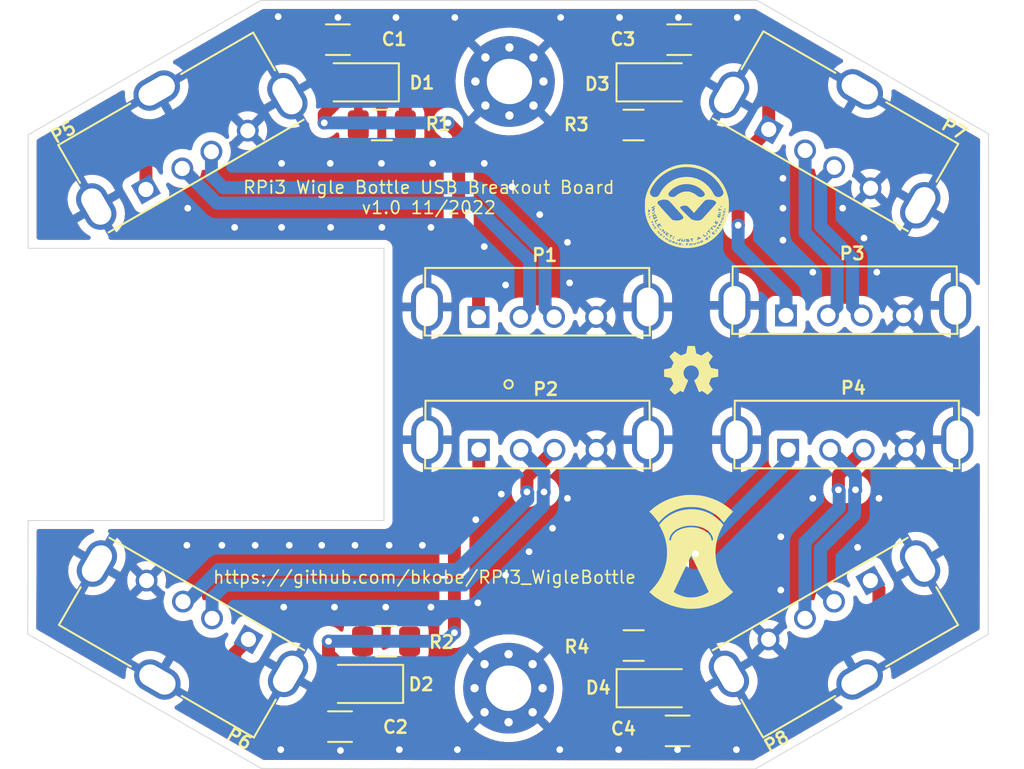
<source format=kicad_pcb>
(kicad_pcb (version 20211014) (generator pcbnew)
  (layers (0 "F.Cu" signal) (31 "B.Cu" signal) (34 "B.Paste" user) (35 "F.Paste" user) (36 "B.SilkS" user "B.Silkscreen") (37 "F.SilkS" user "F.Silkscreen") (38 "B.Mask" user) (39 "F.Mask" user) (44 "Edge.Cuts" user))
  (net 0 "")
  (net 1 "GND")
  (net 2 "Net-(D1-Pad1)")
  (net 3 "Net-(D2-Pad1)")
  (net 4 "Net-(D3-Pad1)")
  (net 5 "Net-(D4-Pad1)")
  (net 6 "/VBUS_1")
  (net 7 "/VBUS_2")
  (net 8 "/VBUS_3")
  (net 9 "/VBUS_4")
  (net 10 "/USB1_P")
  (net 11 "/USB1_N")
  (net 12 "/USB2_P")
  (net 13 "/USB2_N")
  (net 14 "/USB3_P")
  (net 15 "/USB3_N")
  (net 16 "/USB4_P")
  (net 17 "/USB4_N")
  (footprint "LED_SMD:LED_1206_3216Metric" (layer "F.Cu") (at 72.26 81.026 180)
    (fp_text reference "D1" (at -3.658251 -0.024749) (layer "F.SilkS") (effects (font (size 0.75 0.75))))
    (fp_text value "VBus1" hide)
    (pad "1" smd roundrect locked (at -1.4 0 180) (size 1.25 1.75) (layers "F.Cu" "F.Paste" "F.Mask") (roundrect_rratio 0.2) (net 2 "Net-(D1-Pad1)"))
    (pad "2" smd roundrect locked (at 1.4 0 180) (size 1.25 1.75) (layers "F.Cu" "F.Paste" "F.Mask") (roundrect_rratio 0.2) (net 6 "/VBUS_1"))
  )
  (footprint "LED_SMD:LED_1206_3216Metric" (layer "F.Cu") (at 72.514 116.84 180)
    (fp_text reference "D2" (at -3.353451 -0.026051) (layer "F.SilkS") (effects (font (size 0.75 0.75))))
    (fp_text value "VBus2" hide)
    (pad "1" smd roundrect locked (at -1.4 0 180) (size 1.25 1.75) (layers "F.Cu" "F.Paste" "F.Mask") (roundrect_rratio 0.2) (net 3 "Net-(D2-Pad1)"))
    (pad "2" smd roundrect locked (at 1.4 0 180) (size 1.25 1.75) (layers "F.Cu" "F.Paste" "F.Mask") (roundrect_rratio 0.2) (net 7 "/VBUS_2"))
  )
  (footprint "LED_SMD:LED_1206_3216Metric" (layer "F.Cu") (at 89.786 81.026)
    (fp_text reference "D3" (at -3.429651 0.100949) (layer "F.SilkS") (effects (font (size 0.75 0.75))))
    (fp_text value "VBus3" hide)
    (pad "1" smd roundrect locked (at -1.4 0) (size 1.25 1.75) (layers "F.Cu" "F.Paste" "F.Mask") (roundrect_rratio 0.2) (net 4 "Net-(D3-Pad1)"))
    (pad "2" smd roundrect locked (at 1.4 0) (size 1.25 1.75) (layers "F.Cu" "F.Paste" "F.Mask") (roundrect_rratio 0.2) (net 8 "/VBUS_3"))
  )
  (footprint "LED_SMD:LED_1206_3216Metric" (layer "F.Cu") (at 89.792 117.094)
    (fp_text reference "D4" (at -3.3812 -0.0254) (layer "F.SilkS") (effects (font (size 0.75 0.75))))
    (fp_text value "VBus4" hide)
    (pad "1" smd roundrect locked (at -1.4 0) (size 1.25 1.75) (layers "F.Cu" "F.Paste" "F.Mask") (roundrect_rratio 0.2) (net 5 "Net-(D4-Pad1)"))
    (pad "2" smd roundrect locked (at 1.4 0) (size 1.25 1.75) (layers "F.Cu" "F.Paste" "F.Mask") (roundrect_rratio 0.2) (net 9 "/VBUS_4"))
  )
  (footprint "Connector_USB:USB_A_Molex_105057_Vertical" (layer "F.Cu") (at 61.5188 83.9216 30)
    (fp_text reference "P5" (at -6.054107 -3.41377 30) (layer "F.SilkS") (effects (font (size 0.75 0.75))))
    (fp_text value "USB_A_5")
    (pad "1" thru_hole rect locked (at -3.5 2 30) (size 1.3 1.3) (drill 0.9) (layers *.Cu *.Mask) (net 6 "/VBUS_1"))
    (pad "2" thru_hole circle locked (at -1 2 30) (size 1.3 1.3) (drill 0.9) (layers *.Cu *.Mask) (net 11 "/USB1_N"))
    (pad "3" thru_hole circle locked (at 1 2 30) (size 1.3 1.3) (drill 0.9) (layers *.Cu *.Mask) (net 10 "/USB1_P"))
    (pad "4" thru_hole circle locked (at 3.5 2 30) (size 1.3 1.3) (drill 0.9) (layers *.Cu *.Mask) (net 1 "GND"))
    (pad "5" thru_hole oval locked (at 6.57 1.4 30) (size 1.9 2.9) (drill oval 1.3 2.3) (layers *.Cu *.Mask) (net 1 "GND"))
    (pad "5" thru_hole oval locked (at 0 -2.78 120) (size 1.9 2.9) (drill oval 1.3 2.3) (layers *.Cu *.Mask) (net 1 "GND"))
    (pad "5" thru_hole oval locked (at -6.57 1.4 210) (size 1.9 2.9) (drill oval 1.3 2.3) (layers *.Cu *.Mask) (net 1 "GND"))
  )
  (footprint "Connector_USB:USB_A_Molex_105057_Vertical" (layer "F.Cu") (at 100.584 114.169781 -150)
    (fp_text reference "P8" (at 6.125949 -3.508805 30) (layer "F.SilkS") (effects (font (size 0.75 0.75))))
    (fp_text value "USB_A_8")
    (pad "1" thru_hole rect locked (at -3.5 2 210) (size 1.3 1.3) (drill 0.9) (layers *.Cu *.Mask) (net 9 "/VBUS_4"))
    (pad "2" thru_hole circle locked (at -1 2 210) (size 1.3 1.3) (drill 0.9) (layers *.Cu *.Mask) (net 17 "/USB4_N"))
    (pad "3" thru_hole circle locked (at 1 2 210) (size 1.3 1.3) (drill 0.9) (layers *.Cu *.Mask) (net 16 "/USB4_P"))
    (pad "4" thru_hole circle locked (at 3.5 2 210) (size 1.3 1.3) (drill 0.9) (layers *.Cu *.Mask) (net 1 "GND"))
    (pad "5" thru_hole oval locked (at 0 -2.78 300) (size 1.9 2.9) (drill oval 1.3 2.3) (layers *.Cu *.Mask) (net 1 "GND"))
    (pad "5" thru_hole oval locked (at 6.57 1.4 210) (size 1.9 2.9) (drill oval 1.3 2.3) (layers *.Cu *.Mask) (net 1 "GND"))
    (pad "5" thru_hole oval locked (at -6.57 1.4 30) (size 1.9 2.9) (drill oval 1.3 2.3) (layers *.Cu *.Mask) (net 1 "GND"))
  )
  (footprint "Resistor_SMD:R_1206_3216Metric" (layer "F.Cu") (at 73.53 83.566 180)
    (fp_text reference "R1" (at -3.353451 0.051451) (layer "F.SilkS") (effects (font (size 0.75 0.75))))
    (fp_text value "1k" hide)
    (pad "1" smd roundrect locked (at -1.4 0 180) (size 1.25 1.75) (layers "F.Cu" "F.Paste" "F.Mask") (roundrect_rratio 0.2) (net 2 "Net-(D1-Pad1)"))
    (pad "2" smd roundrect locked (at 1.4 0 180) (size 1.25 1.75) (layers "F.Cu" "F.Paste" "F.Mask") (roundrect_rratio 0.2) (net 1 "GND"))
  )
  (footprint "Resistor_SMD:R_1206_3216Metric" (layer "F.Cu") (at 73.784 114.3 180)
    (fp_text reference "R2" (at -3.302 -0.0508) (layer "F.SilkS") (effects (font (size 0.75 0.75))))
    (fp_text value "1k" hide)
    (pad "1" smd roundrect locked (at -1.4 0 180) (size 1.25 1.75) (layers "F.Cu" "F.Paste" "F.Mask") (roundrect_rratio 0.2) (net 3 "Net-(D2-Pad1)"))
    (pad "2" smd roundrect locked (at 1.4 0 180) (size 1.25 1.75) (layers "F.Cu" "F.Paste" "F.Mask") (roundrect_rratio 0.2) (net 1 "GND"))
  )
  (footprint "Resistor_SMD:R_1206_3216Metric" (layer "F.Cu") (at 88.516 83.566)
    (fp_text reference "R3" (at -3.404251 -0.026051) (layer "F.SilkS") (effects (font (size 0.75 0.75))))
    (fp_text value "1k" hide)
    (pad "1" smd roundrect locked (at -1.4 0) (size 1.25 1.75) (layers "F.Cu" "F.Paste" "F.Mask") (roundrect_rratio 0.2) (net 4 "Net-(D3-Pad1)"))
    (pad "2" smd roundrect locked (at 1.4 0) (size 1.25 1.75) (layers "F.Cu" "F.Paste" "F.Mask") (roundrect_rratio 0.2) (net 1 "GND"))
  )
  (footprint "Resistor_SMD:R_1206_3216Metric" (layer "F.Cu") (at 88.522 114.554)
    (fp_text reference "R4" (at -3.3782 0.0762) (layer "F.SilkS") (effects (font (size 0.75 0.75))))
    (fp_text value "1k" hide)
    (pad "1" smd roundrect locked (at -1.4 0) (size 1.25 1.75) (layers "F.Cu" "F.Paste" "F.Mask") (roundrect_rratio 0.2) (net 5 "Net-(D4-Pad1)"))
    (pad "2" smd roundrect locked (at 1.4 0) (size 1.25 1.75) (layers "F.Cu" "F.Paste" "F.Mask") (roundrect_rratio 0.2) (net 1 "GND"))
  )
  (footprint "Connector_USB:USB_A_Molex_0480370001_Vertical" (layer "F.Cu") (at 79.304 102.902)
    (fp_text reference "P2" (at 3.9826 -3.6134) (layer "F.SilkS") (effects (font (size 0.75 0.75))))
    (fp_text value "USB_A_2" hide)
    (pad "1" thru_hole rect (at 0 0) (size 1.3 1.3) (drill 0.9) (layers *.Cu *.Mask) (net 7 "/VBUS_2"))
    (pad "2" thru_hole circle (at 2.5 0) (size 1.3 1.3) (drill 0.9) (layers *.Cu *.Mask) (net 13 "/USB2_N"))
    (pad "3" thru_hole circle (at 4.5 0) (size 1.3 1.3) (drill 0.9) (layers *.Cu *.Mask) (net 12 "/USB2_P"))
    (pad "4" thru_hole circle (at 7 0) (size 1.3 1.3) (drill 0.9) (layers *.Cu *.Mask) (net 1 "GND"))
    (pad "5" thru_hole oval (at 10.07 -0.6) (size 1.9 2.9) (drill oval 1.3 2.3) (layers *.Cu *.Mask) (net 1 "GND"))
    (pad "5" thru_hole oval (at -3.07 -0.6 180) (size 1.9 2.9) (drill oval 1.3 2.3) (layers *.Cu *.Mask) (net 1 "GND"))
  )
  (footprint "Connector_USB:USB_A_Molex_0480370001_Vertical" (layer "F.Cu") (at 79.288 94.996)
    (fp_text reference "P1" (at 3.937 -3.683) (layer "F.SilkS") (effects (font (size 0.75 0.75))))
    (fp_text value "USB_A_1" hide)
    (pad "1" thru_hole rect (at 0 0) (size 1.3 1.3) (drill 0.9) (layers *.Cu *.Mask) (net 6 "/VBUS_1"))
    (pad "2" thru_hole circle (at 2.5 0) (size 1.3 1.3) (drill 0.9) (layers *.Cu *.Mask) (net 11 "/USB1_N"))
    (pad "3" thru_hole circle (at 4.5 0) (size 1.3 1.3) (drill 0.9) (layers *.Cu *.Mask) (net 10 "/USB1_P"))
    (pad "4" thru_hole circle (at 7 0) (size 1.3 1.3) (drill 0.9) (layers *.Cu *.Mask) (net 1 "GND"))
    (pad "5" thru_hole oval (at -3.07 -0.6 180) (size 1.9 2.9) (drill oval 1.3 2.3) (layers *.Cu *.Mask) (net 1 "GND"))
    (pad "5" thru_hole oval (at 10.07 -0.6) (size 1.9 2.9) (drill oval 1.3 2.3) (layers *.Cu *.Mask) (net 1 "GND"))
  )
  (footprint "Connector_USB:USB_A_Molex_0480370001_Vertical" (layer "F.Cu") (at 97.719 102.902)
    (fp_text reference "P4" (at 3.881 -3.683) (layer "F.SilkS") (effects (font (size 0.75 0.75))))
    (fp_text value "USB_A_4" hide)
    (pad "1" thru_hole rect (at 0 0) (size 1.3 1.3) (drill 0.9) (layers *.Cu *.Mask) (net 9 "/VBUS_4"))
    (pad "2" thru_hole circle (at 2.5 0) (size 1.3 1.3) (drill 0.9) (layers *.Cu *.Mask) (net 17 "/USB4_N"))
    (pad "3" thru_hole circle (at 4.5 0) (size 1.3 1.3) (drill 0.9) (layers *.Cu *.Mask) (net 16 "/USB4_P"))
    (pad "4" thru_hole circle (at 7 0) (size 1.3 1.3) (drill 0.9) (layers *.Cu *.Mask) (net 1 "GND"))
    (pad "5" thru_hole oval (at -3.07 -0.6 180) (size 1.9 2.9) (drill oval 1.3 2.3) (layers *.Cu *.Mask) (net 1 "GND"))
    (pad "5" thru_hole oval (at 10.07 -0.6) (size 1.9 2.9) (drill oval 1.3 2.3) (layers *.Cu *.Mask) (net 1 "GND"))
  )
  (footprint "Connector_USB:USB_A_Molex_0480370001_Vertical" (layer "F.Cu") (at 97.592 94.901)
    (fp_text reference "P3" (at 3.937 -3.683) (layer "F.SilkS") (effects (font (size 0.75 0.75))))
    (fp_text value "USB_A_3" hide)
    (pad "1" thru_hole rect (at 0 0) (size 1.3 1.3) (drill 0.9) (layers *.Cu *.Mask) (net 8 "/VBUS_3"))
    (pad "2" thru_hole circle (at 2.5 0) (size 1.3 1.3) (drill 0.9) (layers *.Cu *.Mask) (net 15 "/USB3_N"))
    (pad "3" thru_hole circle (at 4.5 0) (size 1.3 1.3) (drill 0.9) (layers *.Cu *.Mask) (net 14 "/USB3_P"))
    (pad "4" thru_hole circle (at 7 0) (size 1.3 1.3) (drill 0.9) (layers *.Cu *.Mask) (net 1 "GND"))
    (pad "5" thru_hole oval (at -3.07 -0.6 180) (size 1.9 2.9) (drill oval 1.3 2.3) (layers *.Cu *.Mask) (net 1 "GND"))
    (pad "5" thru_hole oval (at 10.07 -0.6) (size 1.9 2.9) (drill oval 1.3 2.3) (layers *.Cu *.Mask) (net 1 "GND"))
  )
  (footprint "Connector_USB:USB_A_Molex_105057_Vertical" (layer "F.Cu") (at 61.5589 114.169781 150)
    (fp_text reference "P6" (at -5.992447 -3.39086 150) (layer "F.SilkS") (effects (font (size 0.75 0.75))))
    (fp_text value "USB_A_6")
    (pad "1" thru_hole rect locked (at -3.5 2 150) (size 1.3 1.3) (drill 0.9) (layers *.Cu *.Mask) (net 7 "/VBUS_2"))
    (pad "2" thru_hole circle locked (at -1 2 150) (size 1.3 1.3) (drill 0.9) (layers *.Cu *.Mask) (net 13 "/USB2_N"))
    (pad "3" thru_hole circle locked (at 1 2 150) (size 1.3 1.3) (drill 0.9) (layers *.Cu *.Mask) (net 12 "/USB2_P"))
    (pad "4" thru_hole circle locked (at 3.5 2 150) (size 1.3 1.3) (drill 0.9) (layers *.Cu *.Mask) (net 1 "GND"))
    (pad "5" thru_hole oval locked (at 0 -2.78 240) (size 1.9 2.9) (drill oval 1.3 2.3) (layers *.Cu *.Mask) (net 1 "GND"))
    (pad "5" thru_hole oval locked (at -6.57 1.4 330) (size 1.9 2.9) (drill oval 1.3 2.3) (layers *.Cu *.Mask) (net 1 "GND"))
    (pad "5" thru_hole oval locked (at 6.57 1.4 150) (size 1.9 2.9) (drill oval 1.3 2.3) (layers *.Cu *.Mask) (net 1 "GND"))
  )
  (footprint "Connector_USB:USB_A_Molex_105057_Vertical" (layer "F.Cu") (at 100.5947 83.84862 -30)
    (fp_text reference "P7" (at 6.046329 -3.549676 150) (layer "F.SilkS") (effects (font (size 0.75 0.75))))
    (fp_text value "USB_A_7")
    (pad "1" thru_hole rect locked (at -3.5 2 330) (size 1.3 1.3) (drill 0.9) (layers *.Cu *.Mask) (net 8 "/VBUS_3"))
    (pad "2" thru_hole circle locked (at -1 2 330) (size 1.3 1.3) (drill 0.9) (layers *.Cu *.Mask) (net 15 "/USB3_N"))
    (pad "3" thru_hole circle locked (at 1 2 330) (size 1.3 1.3) (drill 0.9) (layers *.Cu *.Mask) (net 14 "/USB3_P"))
    (pad "4" thru_hole circle locked (at 3.5 2 330) (size 1.3 1.3) (drill 0.9) (layers *.Cu *.Mask) (net 1 "GND"))
    (pad "5" thru_hole oval locked (at -6.57 1.4 150) (size 1.9 2.9) (drill oval 1.3 2.3) (layers *.Cu *.Mask) (net 1 "GND"))
    (pad "5" thru_hole oval locked (at 6.57 1.4 330) (size 1.9 2.9) (drill oval 1.3 2.3) (layers *.Cu *.Mask) (net 1 "GND"))
    (pad "5" thru_hole oval locked (at 0 -2.78 60) (size 1.9 2.9) (drill oval 1.3 2.3) (layers *.Cu *.Mask) (net 1 "GND"))
  )
  (footprint "MountingHole:MountingHole_2.7mm_Pad_Via" (layer "F.Cu") (at 81.1276 80.9752)
    (fp_text reference "M3" hide)
    (fp_text value "M2.5" hide)
    (pad "1" thru_hole circle locked (at 1.431891 -1.431891) (size 0.8 0.8) (drill 0.5) (layers *.Cu *.Mask) (net 1 "GND"))
    (pad "1" thru_hole circle locked (at 1.431891 1.431891) (size 0.8 0.8) (drill 0.5) (layers *.Cu *.Mask) (net 1 "GND"))
    (pad "1" thru_hole circle locked (at 2.025 0) (size 0.8 0.8) (drill 0.5) (layers *.Cu *.Mask) (net 1 "GND"))
    (pad "1" thru_hole circle locked (at 0 2.025) (size 0.8 0.8) (drill 0.5) (layers *.Cu *.Mask) (net 1 "GND"))
    (pad "1" thru_hole circle locked (at -2.025 0) (size 0.8 0.8) (drill 0.5) (layers *.Cu *.Mask) (net 1 "GND"))
    (pad "1" thru_hole circle locked (at -1.431891 -1.431891) (size 0.8 0.8) (drill 0.5) (layers *.Cu *.Mask) (net 1 "GND"))
    (pad "1" thru_hole circle locked (at 0 0) (size 5.4 5.4) (drill 2.7) (layers *.Cu *.Mask) (net 1 "GND"))
    (pad "1" thru_hole circle locked (at -1.431891 1.431891) (size 0.8 0.8) (drill 0.5) (layers *.Cu *.Mask) (net 1 "GND"))
    (pad "1" thru_hole circle locked (at 0 -2.025) (size 0.8 0.8) (drill 0.5) (layers *.Cu *.Mask) (net 1 "GND"))
  )
  (footprint "MountingHole:MountingHole_2.7mm_Pad_Via" (layer "F.Cu") (at 81.0768 117.094)
    (fp_text reference "M4" hide)
    (fp_text value "M2.5" hide)
    (pad "1" thru_hole circle locked (at -1.431891 1.431891) (size 0.8 0.8) (drill 0.5) (layers *.Cu *.Mask) (net 1 "GND"))
    (pad "1" thru_hole circle locked (at 0 2.025) (size 0.8 0.8) (drill 0.5) (layers *.Cu *.Mask) (net 1 "GND"))
    (pad "1" thru_hole circle locked (at -2.025 0) (size 0.8 0.8) (drill 0.5) (layers *.Cu *.Mask) (net 1 "GND"))
    (pad "1" thru_hole circle locked (at -1.431891 -1.431891) (size 0.8 0.8) (drill 0.5) (layers *.Cu *.Mask) (net 1 "GND"))
    (pad "1" thru_hole circle locked (at 2.025 0) (size 0.8 0.8) (drill 0.5) (layers *.Cu *.Mask) (net 1 "GND"))
    (pad "1" thru_hole circle locked (at 1.431891 -1.431891) (size 0.8 0.8) (drill 0.5) (layers *.Cu *.Mask) (net 1 "GND"))
    (pad "1" thru_hole circle locked (at 0 0) (size 5.4 5.4) (drill 2.7) (layers *.Cu *.Mask) (net 1 "GND"))
    (pad "1" thru_hole circle locked (at 0 -2.025) (size 0.8 0.8) (drill 0.5) (layers *.Cu *.Mask) (net 1 "GND"))
    (pad "1" thru_hole circle locked (at 1.431891 1.431891) (size 0.8 0.8) (drill 0.5) (layers *.Cu *.Mask) (net 1 "GND"))
  )
  (footprint "Capacitor_SMD:C_1206_3216Metric" (layer "F.Cu") (at 70.915 78.486)
    (fp_text reference "C1" (at 3.3528 -0.0254) (layer "F.SilkS") (effects (font (size 0.75 0.75))))
    (fp_text value "100n" hide)
    (pad "1" smd roundrect (at -1.475 0) (size 1.15 1.8) (layers "F.Cu" "F.Paste" "F.Mask") (roundrect_rratio 0.2173913043) (net 6 "/VBUS_1"))
    (pad "2" smd roundrect (at 1.475 0) (size 1.15 1.8) (layers "F.Cu" "F.Paste" "F.Mask") (roundrect_rratio 0.2173913043) (net 1 "GND"))
  )
  (footprint "LOGO" (layer "F.Cu") (at 91.948 108.966)
    (fp_text reference "G***" hide)
    (fp_text value "LOGO" hide)
  )
  (footprint "LOGO" (layer "F.Cu") (at 91.694 88.392)
    (fp_text reference "G***" hide)
    (fp_text value "LOGO" hide)
  )
  (footprint "Capacitor_SMD:C_1206_3216Metric" (layer "F.Cu") (at 71.042 119.38)
    (fp_text reference "C2" (at 3.300417 0.023817) (layer "F.SilkS") (effects (font (size 0.75 0.75))))
    (fp_text value "100n" hide)
    (pad "1" smd roundrect (at -1.475 0) (size 1.15 1.8) (layers "F.Cu" "F.Paste" "F.Mask") (roundrect_rratio 0.2173913043) (net 7 "/VBUS_2"))
    (pad "2" smd roundrect (at 1.475 0) (size 1.15 1.8) (layers "F.Cu" "F.Paste" "F.Mask") (roundrect_rratio 0.2173913043) (net 1 "GND"))
  )
  (footprint "LOGO" (layer "F.Cu") (at 91.948 98.171)
    (fp_text reference "G***" hide)
    (fp_text value "LOGO" hide)
  )
  (footprint "Capacitor_SMD:C_1206_3216Metric" (layer "F.Cu") (at 91.235 78.486 180)
    (fp_text reference "C3" (at 3.351217 0.023817) (layer "F.SilkS") (effects (font (size 0.75 0.75))))
    (fp_text value "100n" hide)
    (pad "1" smd roundrect (at -1.475 0 180) (size 1.15 1.8) (layers "F.Cu" "F.Paste" "F.Mask") (roundrect_rratio 0.2173913043) (net 8 "/VBUS_3"))
    (pad "2" smd roundrect (at 1.475 0 180) (size 1.15 1.8) (layers "F.Cu" "F.Paste" "F.Mask") (roundrect_rratio 0.2173913043) (net 1 "GND"))
  )
  (footprint "Capacitor_SMD:C_1206_3216Metric" (layer "F.Cu") (at 91.137 119.634 180)
    (fp_text reference "C4" (at 3.224 0.127) (layer "F.SilkS") (effects (font (size 0.75 0.75))))
    (fp_text value "100n" hide)
    (pad "1" smd roundrect (at -1.475 0 180) (size 1.15 1.8) (layers "F.Cu" "F.Paste" "F.Mask") (roundrect_rratio 0.2173913043) (net 9 "/VBUS_4"))
    (pad "2" smd roundrect (at 1.475 0 180) (size 1.15 1.8) (layers "F.Cu" "F.Paste" "F.Mask") (roundrect_rratio 0.2173913043) (net 1 "GND"))
  )
  (gr_circle (center 81.0768 99) (end 81.3268 99) (layer "F.SilkS") (width 0.12) (fill none))
  (gr_line (start 52.4764 90.9066) (end 52.4764 84.1502) (layer "Edge.Cuts") (width 0.05))
  (gr_line (start 109.6518 84.0994) (end 109.6518 84.1756) (layer "Edge.Cuts") (width 0.05))
  (gr_line (start 52.4764 84.1502) (end 66.3194 76.1492) (layer "Edge.Cuts") (width 0.05))
  (gr_line (start 66.3194 76.1492) (end 95.885 76.1492) (layer "Edge.Cuts") (width 0.05))
  (gr_line (start 52.451 113.8682) (end 52.4764 107.1118) (layer "Edge.Cuts") (width 0.05))
  (gr_line (start 109.6518 84.1756) (end 109.6264 113.8936) (layer "Edge.Cuts") (width 0.05))
  (gr_line (start 73.66 90.9066) (end 52.4764 90.9066) (layer "Edge.Cuts") (width 0.05))
  (gr_line (start 109.6264 113.8936) (end 95.7834 121.8946) (layer "Edge.Cuts") (width 0.05))
  (gr_line (start 95.7834 121.8946) (end 66.3448 121.8692) (layer "Edge.Cuts") (width 0.05))
  (gr_line (start 73.66 107.1118) (end 73.66 90.9066) (layer "Edge.Cuts") (width 0.05))
  (gr_line (start 95.885 76.1492) (end 109.6518 84.0994) (layer "Edge.Cuts") (width 0.05))
  (gr_line (start 66.3448 121.8692) (end 52.451 113.8682) (layer "Edge.Cuts") (width 0.05))
  (gr_line (start 52.4764 107.1118) (end 73.66 107.1118) (layer "Edge.Cuts") (width 0.05))
  (gr_text "https://github.com/bkobe/RPi3_WigleBottle" (at 76.073 110.49) (layer "F.SilkS") (effects (font (size 0.75 0.75) (thickness 0.1))))
  (gr_text "RPi3 Wigle Bottle USB Breakout Board\nv1.0 11/2022" (at 76.327 87.884) (layer "F.SilkS") (effects (font (size 0.75 0.75) (thickness 0.1))))
  (via (at 67.3608 77.1144) (size 0.8) (drill 0.4) (layers "F.Cu" "B.Cu") (net 1))
  (via (at 73.9648 108.585) (size 0.8) (drill 0.4) (layers "F.Cu" "B.Cu") (net 1))
  (via (at 76.5556 85.852) (size 0.8) (drill 0.4) (layers "F.Cu" "B.Cu") (net 1))
  (via (at 82.296 108.966) (size 0.8) (drill 0.4) (layers "F.Cu" "B.Cu") (net 1))
  (via (at 97.409 88.519) (size 0.8) (drill 0.4) (layers "F.Cu" "B.Cu") (net 1))
  (via (at 71.0692 120.8024) (size 0.8) (drill 0.4) (layers "F.Cu" "B.Cu") (net 1))
  (via (at 91.1352 120.7516) (size 0.8) (drill 0.4) (layers "F.Cu" "B.Cu") (net 1))
  (via (at 99.187 92.329) (size 0.8) (drill 0.4) (layers "F.Cu" "B.Cu") (net 1))
  (via (at 103.124 105.791) (size 0.8) (drill 0.4) (layers "F.Cu" "B.Cu") (net 1))
  (via (at 80.899 93.091) (size 0.8) (drill 0.4) (layers "F.Cu" "B.Cu") (net 1))
  (via (at 84.582 90.551) (size 0.8) (drill 0.4) (layers "F.Cu" "B.Cu") (net 1))
  (via (at 70.4596 85.852) (size 0.8) (drill 0.4) (layers "F.Cu" "B.Cu") (net 1))
  (via (at 76.454 89.662) (size 0.8) (drill 0.4) (layers "F.Cu" "B.Cu") (net 1))
  (via (at 91.186 77.1652) (size 0.8) (drill 0.4) (layers "F.Cu" "B.Cu") (net 1))
  (via (at 74.3712 77.1652) (size 0.8) (drill 0.4) (layers "F.Cu" "B.Cu") (net 1))
  (via (at 79.629 85.852) (size 0.8) (drill 0.4) (layers "F.Cu" "B.Cu") (net 1))
  (via (at 84.1248 120.7516) (size 0.8) (drill 0.4) (layers "F.Cu" "B.Cu") (net 1))
  (via (at 94.6912 77.1652) (size 0.8) (drill 0.4) (layers "F.Cu" "B.Cu") (net 1))
  (via (at 67.564 85.852) (size 0.8) (drill 0.4) (layers "F.Cu" "B.Cu") (net 1))
  (via (at 67.691 112.268) (size 0.8) (drill 0.4) (layers "F.Cu" "B.Cu") (net 1))
  (via (at 84.709 92.964) (size 0.8) (drill 0.4) (layers "F.Cu" "B.Cu") (net 1))
  (via (at 79.248 112.014) (size 0.8) (drill 0.4) (layers "F.Cu" "B.Cu") (net 1))
  (via (at 75.946 108.585) (size 0.8) (drill 0.4) (layers "F.Cu" "B.Cu") (net 1))
  (via (at 77.8764 77.1652) (size 0.8) (drill 0.4) (layers "F.Cu" "B.Cu") (net 1))
  (via (at 94.6404 120.7516) (size 0.8) (drill 0.4) (layers "F.Cu" "B.Cu") (net 1))
  (via (at 70.9168 77.1652) (size 0.8) (drill 0.4) (layers "F.Cu" "B.Cu") (net 1))
  (via (at 82.931 88.9) (size 0.8) (drill 0.4) (layers "F.Cu" "B.Cu") (net 1))
  (via (at 61.976 88.519) (size 0.8) (drill 0.4) (layers "F.Cu" "B.Cu") (net 1))
  (via (at 73.5076 85.852) (size 0.8) (drill 0.4) (layers "F.Cu" "B.Cu") (net 1))
  (via (at 99.187 105.791) (size 0.8) (drill 0.4) (layers "F.Cu" "B.Cu") (net 1))
  (via (at 67.564 89.662) (size 0.8) (drill 0.4) (layers "F.Cu" "B.Cu") (net 1))
  (via (at 87.6808 77.1652) (size 0.8) (drill 0.4) (layers "F.Cu" "B.Cu") (net 1))
  (via (at 79.629 90.805) (size 0.8) (drill 0.4) (layers "F.Cu" "B.Cu") (net 1))
  (via (at 101.854 108.712) (size 0.8) (drill 0.4) (layers "F.Cu" "B.Cu") (net 1))
  (via (at 102.997 92.329) (size 0.8) (drill 0.4) (layers "F.Cu" "B.Cu") (net 1))
  (via (at 70.7136 112.268) (size 0.8) (drill 0.4) (layers "F.Cu" "B.Cu") (net 1))
  (via (at 87.63 120.7516) (size 0.8) (drill 0.4) (layers "F.Cu" "B.Cu") (net 1))
  (via (at 97.409 86.741) (size 0.8) (drill 0.4) (layers "F.Cu" "B.Cu") (net 1))
  (via (at 78.0288 120.7516) (size 0.8) (drill 0.4) (layers "F.Cu" "B.Cu") (net 1))
  (via (at 81.28 87.249) (size 0.8) (drill 0.4) (layers "F.Cu" "B.Cu") (net 1))
  (via (at 79.121 107.061) (size 0.8) (drill 0.4) (layers "F.Cu" "B.Cu") (net 1))
  (via (at 84.582 105.791) (size 0.8) (drill 0.4) (layers "F.Cu" "B.Cu") (net 1))
  (via (at 67.5132 120.7516) (size 0.8) (drill 0.4) (layers "F.Cu" "B.Cu") (net 1))
  (via (at 64.008 108.585) (size 0.8) (drill 0.4) (layers "F.Cu" "B.Cu") (net 1))
  (via (at 80.899 110.363) (size 0.8) (drill 0.4) (layers "F.Cu" "B.Cu") (net 1))
  (via (at 76.454 112.268) (size 0.8) (drill 0.4) (layers "F.Cu" "B.Cu") (net 1))
  (via (at 70.485 89.662) (size 0.8) (drill 0.4) (layers "F.Cu" "B.Cu") (net 1))
  (via (at 97.409 90.424) (size 0.8) (drill 0.4) (layers "F.Cu" "B.Cu") (net 1))
  (via (at 73.7616 112.268) (size 0.8) (drill 0.4) (layers "F.Cu" "B.Cu") (net 1))
  (via (at 97.282 111.252) (size 0.8) (drill 0.4) (layers "F.Cu" "B.Cu") (net 1))
  (via (at 80.645 105.537) (size 0.8) (drill 0.4) (layers "F.Cu" "B.Cu") (net 1))
  (via (at 73.533 89.662) (size 0.8) (drill 0.4) (layers "F.Cu" "B.Cu") (net 1))
  (via (at 71.9328 108.585) (size 0.8) (drill 0.4) (layers "F.Cu" "B.Cu") (net 1))
  (via (at 84.1756 77.1652) (size 0.8) (drill 0.4) (layers "F.Cu" "B.Cu") (net 1))
  (via (at 97.282 108.077) (size 0.8) (drill 0.4) (layers "F.Cu" "B.Cu") (net 1))
  (via (at 65.9892 108.585) (size 0.8) (drill 0.4) (layers "F.Cu" "B.Cu") (net 1))
  (via (at 69.9516 108.585) (size 0.8) (drill 0.4) (layers "F.Cu" "B.Cu") (net 1))
  (via (at 64.77 89.662) (size 0.8) (drill 0.4) (layers "F.Cu" "B.Cu") (net 1))
  (via (at 68.0212 108.585) (size 0.8) (drill 0.4) (layers "F.Cu" "B.Cu") (net 1))
  (via (at 74.5744 120.7516) (size 0.8) (drill 0.4) (layers "F.Cu" "B.Cu") (net 1))
  (via (at 83.693 107.569) (size 0.8) (drill 0.4) (layers "F.Cu" "B.Cu") (net 1))
  (via (at 100.965 88.519) (size 0.8) (drill 0.4) (layers "F.Cu" "B.Cu") (net 1))
  (via (at 102.235 90.297) (size 0.8) (drill 0.4) (layers "F.Cu" "B.Cu") (net 1))
  (via (at 61.9252 108.585) (size 0.8) (drill 0.4) (layers "F.Cu" "B.Cu") (net 1))
  (segment (start 73.66 81.026) (end 74.422 81.026) (width 0.77) (layer "F.Cu") (net 2))
  (segment (start 74.93 81.534) (end 74.93 83.566) (width 0.77) (layer "F.Cu") (net 2))
  (segment (start 74.422 81.026) (end 74.93 81.534) (width 0.77) (layer "F.Cu") (net 2))
  (segment (start 75.184 115.316) (end 75.184 114.3) (width 0.77) (layer "F.Cu") (net 3))
  (segment (start 73.914 115.824) (end 74.168 115.57) (width 0.77) (layer "F.Cu") (net 3))
  (segment (start 73.914 116.84) (end 73.914 115.824) (width 0.77) (layer "F.Cu") (net 3))
  (segment (start 74.93 115.57) (end 75.184 115.316) (width 0.77) (layer "F.Cu") (net 3))
  (segment (start 74.168 115.57) (end 74.93 115.57) (width 0.77) (layer "F.Cu") (net 3))
  (segment (start 87.63 81.026) (end 87.116 81.54) (width 0.77) (layer "F.Cu") (net 4))
  (segment (start 88.386 81.026) (end 87.63 81.026) (width 0.77) (layer "F.Cu") (net 4))
  (segment (start 87.116 81.54) (end 87.116 83.566) (width 0.77) (layer "F.Cu") (net 4))
  (segment (start 87.122 115.316) (end 87.122 114.554) (width 0.77) (layer "F.Cu") (net 5))
  (segment (start 88.392 116.078) (end 88.138 115.824) (width 0.77) (layer "F.Cu") (net 5))
  (segment (start 88.138 115.824) (end 87.63 115.824) (width 0.77) (layer "F.Cu") (net 5))
  (segment (start 88.392 117.094) (end 88.392 116.078) (width 0.77) (layer "F.Cu") (net 5))
  (segment (start 87.63 115.824) (end 87.122 115.316) (width 0.77) (layer "F.Cu") (net 5))
  (segment (start 59.487711 85.038289) (end 61.214 83.312) (width 0.77) (layer "F.Cu") (net 6))
  (segment (start 59.487711 87.403651) (end 59.487711 85.038289) (width 0.77) (layer "F.Cu") (net 6))
  (segment (start 65.659 79.375) (end 66.548 78.486) (width 0.77) (layer "F.Cu") (net 6))
  (segment (start 66.548 78.486) (end 69.44 78.486) (width 0.77) (layer "F.Cu") (net 6))
  (segment (start 70.104 81.026) (end 70.86 81.026) (width 0.77) (layer "F.Cu") (net 6))
  (segment (start 61.214 83.312) (end 62.865 83.312) (width 0.77) (layer "F.Cu") (net 6))
  (segment (start 79.288 93.639) (end 79.288 94.996) (width 0.77) (layer "F.Cu") (net 6))
  (segment (start 69.44 78.486) (end 69.44 80.362) (width 0.77) (layer "F.Cu") (net 6))
  (segment (start 70.104 82.931) (end 70.104 83.439) (width 0.77) (layer "F.Cu") (net 6))
  (segment (start 70.86 81.026) (end 70.86 82.175) (width 0.77) (layer "F.Cu") (net 6))
  (segment (start 77.47 83.439) (end 78.105 84.074) (width 0.77) (layer "F.Cu") (net 6))
  (segment (start 78.105 84.074) (end 78.105 92.456) (width 0.77) (layer "F.Cu") (net 6))
  (segment (start 62.865 83.312) (end 65.659 80.518) (width 0.77) (layer "F.Cu") (net 6))
  (segment (start 69.44 80.362) (end 70.104 81.026) (width 0.77) (layer "F.Cu") (net 6))
  (segment (start 65.659 80.518) (end 65.659 79.375) (width 0.77) (layer "F.Cu") (net 6))
  (segment (start 70.86 82.175) (end 70.104 82.931) (width 0.77) (layer "F.Cu") (net 6))
  (segment (start 78.105 92.456) (end 79.288 93.639) (width 0.77) (layer "F.Cu") (net 6))
  (via (at 70.104 83.439) (size 0.8) (drill 0.4) (layers "F.Cu" "B.Cu") (net 6))
  (via (at 77.47 83.439) (size 0.8) (drill 0.4) (layers "F.Cu" "B.Cu") (net 6))
  (segment (start 70.104 83.439) (end 77.47 83.439) (width 0.77) (layer "B.Cu") (net 6))
  (segment (start 69.567 119.38) (end 66.802 119.38) (width 0.77) (layer "F.Cu") (net 7))
  (segment (start 70.612 118.11) (end 71.114 117.608) (width 0.77) (layer "F.Cu") (net 7))
  (segment (start 77.851 113.792) (end 77.851 106.172) (width 0.77) (layer "F.Cu") (net 7))
  (segment (start 64.77 115.007719) (end 65.589989 114.18773) (width 0.77) (layer "F.Cu") (net 7))
  (segment (start 69.567 118.393) (end 69.85 118.11) (width 0.77) (layer "F.Cu") (net 7))
  (segment (start 66.802 119.38) (end 64.77 117.348) (width 0.77) (layer "F.Cu") (net 7))
  (segment (start 70.358 115.062) (end 70.358 114.3) (width 0.77) (layer "F.Cu") (net 7))
  (segment (start 71.114 115.818) (end 70.358 115.062) (width 0.77) (layer "F.Cu") (net 7))
  (segment (start 71.114 117.608) (end 71.114 116.84) (width 0.77) (layer "F.Cu") (net 7))
  (segment (start 69.85 118.11) (end 70.612 118.11) (width 0.77) (layer "F.Cu") (net 7))
  (segment (start 79.304 104.719) (end 79.304 102.902) (width 0.77) (layer "F.Cu") (net 7))
  (segment (start 64.77 117.348) (end 64.77 115.007719) (width 0.77) (layer "F.Cu") (net 7))
  (segment (start 77.851 106.172) (end 79.304 104.719) (width 0.77) (layer "F.Cu") (net 7))
  (segment (start 71.114 116.84) (end 71.114 115.818) (width 0.77) (layer "F.Cu") (net 7))
  (segment (start 69.567 119.38) (end 69.567 118.393) (width 0.77) (layer "F.Cu") (net 7))
  (via (at 70.358 114.3) (size 0.8) (drill 0.4) (layers "F.Cu" "B.Cu") (net 7))
  (via (at 77.851 113.792) (size 0.8) (drill 0.4) (layers "F.Cu" "B.Cu") (net 7))
  (segment (start 70.358 114.3) (end 77.343 114.3) (width 0.77) (layer "B.Cu") (net 7))
  (segment (start 77.343 114.3) (end 77.851 113.792) (width 0.77) (layer "B.Cu") (net 7))
  (segment (start 92.71 80.264) (end 92.71 78.486) (width 0.77) (layer "F.Cu") (net 8))
  (segment (start 91.948 81.026) (end 92.71 80.264) (width 0.77) (layer "F.Cu") (net 8))
  (segment (start 91.186 81.026) (end 91.948 81.026) (width 0.77) (layer "F.Cu") (net 8))
  (segment (start 96.563611 79.926611) (end 96.563611 83.830671) (width 0.77) (layer "F.Cu") (net 8))
  (segment (start 94.742 89.535) (end 94.742 85.652282) (width 0.77) (layer "F.Cu") (net 8))
  (segment (start 92.71 78.486) (end 95.123 78.486) (width 0.77) (layer "F.Cu") (net 8))
  (segment (start 94.742 85.652282) (end 96.563611 83.830671) (width 0.77) (layer "F.Cu") (net 8))
  (segment (start 95.123 78.486) (end 96.563611 79.926611) (width 0.77) (layer "F.Cu") (net 8))
  (via (at 94.742 89.535) (size 0.8) (drill 0.4) (layers "F.Cu" "B.Cu") (net 8))
  (segment (start 97.592 93.655) (end 94.742 90.805) (width 0.77) (layer "B.Cu") (net 8))
  (segment (start 97.592 94.901) (end 97.592 93.655) (width 0.77) (layer "B.Cu") (net 8))
  (segment (start 94.742 90.805) (end 94.742 89.535) (width 0.77) (layer "B.Cu") (net 8))
  (segment (start 96.012 119.634) (end 98.298 117.348) (width 0.77) (layer "F.Cu") (net 9))
  (segment (start 103.124 111.196641) (end 102.615089 110.68773) (width 0.77) (layer "F.Cu") (net 9))
  (segment (start 101.6 114.3) (end 103.124 112.776) (width 0.77) (layer "F.Cu") (net 9))
  (segment (start 92.612 119.634) (end 92.612 118.774) (width 0.77) (layer "F.Cu") (net 9))
  (segment (start 91.192 118.116) (end 91.192 117.094) (width 0.77) (layer "F.Cu") (net 9))
  (segment (start 92.202 114.808) (end 92.202 109.093) (width 0.77) (layer "F.Cu") (net 9))
  (segment (start 91.192 115.818) (end 92.202 114.808) (width 0.77) (layer "F.Cu") (net 9))
  (segment (start 100.076 114.3) (end 101.6 114.3) (width 0.77) (layer "F.Cu") (net 9))
  (segment (start 92.612 118.774) (end 92.202 118.364) (width 0.77) (layer "F.Cu") (net 9))
  (segment (start 92.202 118.364) (end 91.44 118.364) (width 0.77) (layer "F.Cu") (net 9))
  (segment (start 91.192 117.094) (end 91.192 115.818) (width 0.77) (layer "F.Cu") (net 9))
  (segment (start 98.298 116.078) (end 100.076 114.3) (width 0.77) (layer "F.Cu") (net 9))
  (segment (start 91.44 118.364) (end 91.192 118.116) (width 0.77) (layer "F.Cu") (net 9))
  (segment (start 92.612 119.634) (end 96.012 119.634) (width 0.77) (layer "F.Cu") (net 9))
  (segment (start 98.298 117.348) (end 98.298 116.078) (width 0.77) (layer "F.Cu") (net 9))
  (segment (start 103.124 112.776) (end 103.124 111.196641) (width 0.77) (layer "F.Cu") (net 9))
  (via (at 92.202 109.093) (size 0.8) (drill 0.4) (layers "F.Cu" "B.Cu") (net 9))
  (segment (start 97.719 103.576) (end 97.719 102.902) (width 0.77) (layer "B.Cu") (net 9))
  (segment (start 92.202 109.093) (end 97.719 103.576) (width 0.77) (layer "B.Cu") (net 9))
  (segment (start 64.099395 87.2958) (end 63.384825 86.58123) (width 0.77) (layer "B.Cu") (net 10))
  (segment (start 79.312036 87.2958) (end 64.099395 87.2958) (width 0.77) (layer "B.Cu") (net 10))
  (segment (start 83.788 94.996) (end 83.2492 94.4572) (width 0.77) (layer "B.Cu") (net 10))
  (segment (start 63.384825 86.58123) (end 63.384825 85.153651) (width 0.77) (layer "B.Cu") (net 10))
  (segment (start 83.2492 94.4572) (end 83.2492 91.232964) (width 0.77) (layer "B.Cu") (net 10))
  (segment (start 83.2492 91.232964) (end 79.312036 87.2958) (width 0.77) (layer "B.Cu") (net 10))
  (segment (start 82.3268 91.615036) (end 78.929964 88.2182) (width 0.77) (layer "B.Cu") (net 11))
  (segment (start 82.3268 94.4572) (end 82.3268 91.615036) (width 0.77) (layer "B.Cu") (net 11))
  (segment (start 81.788 94.996) (end 82.3268 94.4572) (width 0.77) (layer "B.Cu") (net 11))
  (segment (start 63.717324 88.2182) (end 61.652775 86.153651) (width 0.77) (layer "B.Cu") (net 11))
  (segment (start 78.929964 88.2182) (end 63.717324 88.2182) (width 0.77) (layer "B.Cu") (net 11))
  (segment (start 82.169 105.41) (end 82.169 104.537) (width 0.77) (layer "F.Cu") (net 12))
  (segment (start 82.169 104.537) (end 83.804 102.902) (width 0.77) (layer "F.Cu") (net 12))
  (via (at 82.169 105.41) (size 0.8) (drill 0.4) (layers "F.Cu" "B.Cu") (net 12))
  (segment (start 62.484 111.379) (end 61.92527 111.93773) (width 0.77) (layer "B.Cu") (net 12))
  (segment (start 62.484 111.369681) (end 62.484 111.379) (width 0.77) (layer "B.Cu") (net 12))
  (segment (start 82.2158 105.4568) (end 82.2158 105.853964) (width 0.77) (layer "B.Cu") (net 12))
  (segment (start 61.92527 111.93773) (end 61.692875 111.93773) (width 0.77) (layer "B.Cu") (net 12))
  (segment (start 63.824881 110.0288) (end 62.484 111.369681) (width 0.77) (layer "B.Cu") (net 12))
  (segment (start 61.769145 112.014) (end 61.692875 111.93773) (width 0.77) (layer "B.Cu") (net 12))
  (segment (start 82.2158 105.853964) (end 78.040964 110.0288) (width 0.77) (layer "B.Cu") (net 12))
  (segment (start 78.040964 110.0288) (end 63.824881 110.0288) (width 0.77) (layer "B.Cu") (net 12))
  (segment (start 82.169 105.41) (end 82.2158 105.4568) (width 0.77) (layer "B.Cu") (net 12))
  (via (at 83.185 105.41) (size 0.8) (drill 0.4) (layers "F.Cu" "B.Cu") (net 13))
  (segment (start 78.423036 110.9512) (end 64.206953 110.9512) (width 0.77) (layer "B.Cu") (net 13))
  (segment (start 83.185 105.41) (end 83.1382 105.4568) (width 0.77) (layer "B.Cu") (net 13))
  (segment (start 83.1382 106.236036) (end 78.423036 110.9512) (width 0.77) (layer "B.Cu") (net 13))
  (segment (start 63.424925 111.733228) (end 63.424925 112.93773) (width 0.77) (layer "B.Cu") (net 13))
  (segment (start 83.185 105.41) (end 83.185 104.283) (width 0.77) (layer "B.Cu") (net 13))
  (segment (start 64.206953 110.9512) (end 63.424925 111.733228) (width 0.77) (layer "B.Cu") (net 13))
  (segment (start 83.185 104.283) (end 81.804 102.902) (width 0.77) (layer "B.Cu") (net 13))
  (segment (start 83.1382 105.4568) (end 83.1382 106.236036) (width 0.77) (layer "B.Cu") (net 13))
  (segment (start 101.5532 91.502964) (end 101.5532 94.3622) (width 0.77) (layer "B.Cu") (net 14))
  (segment (start 99.651075 89.600839) (end 101.5532 91.502964) (width 0.77) (layer "B.Cu") (net 14))
  (segment (start 99.651075 86.890321) (end 99.651075 89.600839) (width 0.77) (layer "B.Cu") (net 14))
  (segment (start 101.5532 94.3622) (end 102.092 94.901) (width 0.77) (layer "B.Cu") (net 14))
  (segment (start 100.460725 86.080671) (end 99.651075 86.890321) (width 0.77) (layer "B.Cu") (net 14))
  (segment (start 100.6308 91.885036) (end 100.6308 94.3622) (width 0.77) (layer "B.Cu") (net 15))
  (segment (start 100.6308 94.3622) (end 100.092 94.901) (width 0.77) (layer "B.Cu") (net 15))
  (segment (start 98.728675 85.080671) (end 98.728675 89.982911) (width 0.77) (layer "B.Cu") (net 15))
  (segment (start 98.728675 89.982911) (end 100.6308 91.885036) (width 0.77) (layer "B.Cu") (net 15))
  (segment (start 100.711 105.283) (end 100.711 104.41) (width 0.77) (layer "F.Cu") (net 16))
  (segment (start 100.711 104.41) (end 102.219 102.902) (width 0.77) (layer "F.Cu") (net 16))
  (via (at 100.711 105.283) (size 0.8) (drill 0.4) (layers "F.Cu" "B.Cu") (net 16))
  (segment (start 100.7578 105.3298) (end 100.711 105.283) (width 0.77) (layer "B.Cu") (net 16))
  (segment (start 98.717975 108.401789) (end 100.7578 106.361964) (width 0.77) (layer "B.Cu") (net 16))
  (segment (start 98.717975 112.93773) (end 98.717975 108.401789) (width 0.77) (layer "B.Cu") (net 16))
  (segment (start 100.7578 106.361964) (end 100.7578 105.3298) (width 0.77) (layer "B.Cu") (net 16))
  (via (at 101.727 105.283) (size 0.8) (drill 0.4) (layers "F.Cu" "B.Cu") (net 17))
  (segment (start 100.450025 111.93773) (end 99.640375 111.12808) (width 0.77) (layer "B.Cu") (net 17))
  (segment (start 101.727 105.283) (end 101.727 104.41) (width 0.77) (layer "B.Cu") (net 17))
  (segment (start 99.640375 111.12808) (end 99.640375 108.783861) (width 0.77) (layer "B.Cu") (net 17))
  (segment (start 101.6802 105.3298) (end 101.727 105.283) (width 0.77) (layer "B.Cu") (net 17))
  (segment (start 99.640375 108.783861) (end 101.6802 106.744036) (width 0.77) (layer "B.Cu") (net 17))
  (segment (start 101.727 104.41) (end 100.219 102.902) (width 0.77) (layer "B.Cu") (net 17))
  (segment (start 101.6802 106.744036) (end 101.6802 105.3298) (width 0.77) (layer "B.Cu") (net 17))
  (zone (net 1) (net_name "GND") (layer "F.Cu") (connect_pads (clearance 0.508)) (min_thickness 0.254) (fill yes (thermal_gap 0.508) (thermal_bridge_width 0.508))
    (polygon (pts (xy 111.76 121.92) (xy 50.8 121.92) (xy 50.8 76.2) (xy 111.76 76.2)))
  )
  (zone (net 1) (net_name "GND") (layer "B.Cu") (connect_pads (clearance 0.508)) (min_thickness 0.254) (fill yes (thermal_gap 0.508) (thermal_bridge_width 0.508))
    (polygon (pts (xy 111.76 121.92) (xy 50.8 121.92) (xy 50.8 76.2) (xy 111.76 76.2)))
  )
)
</source>
